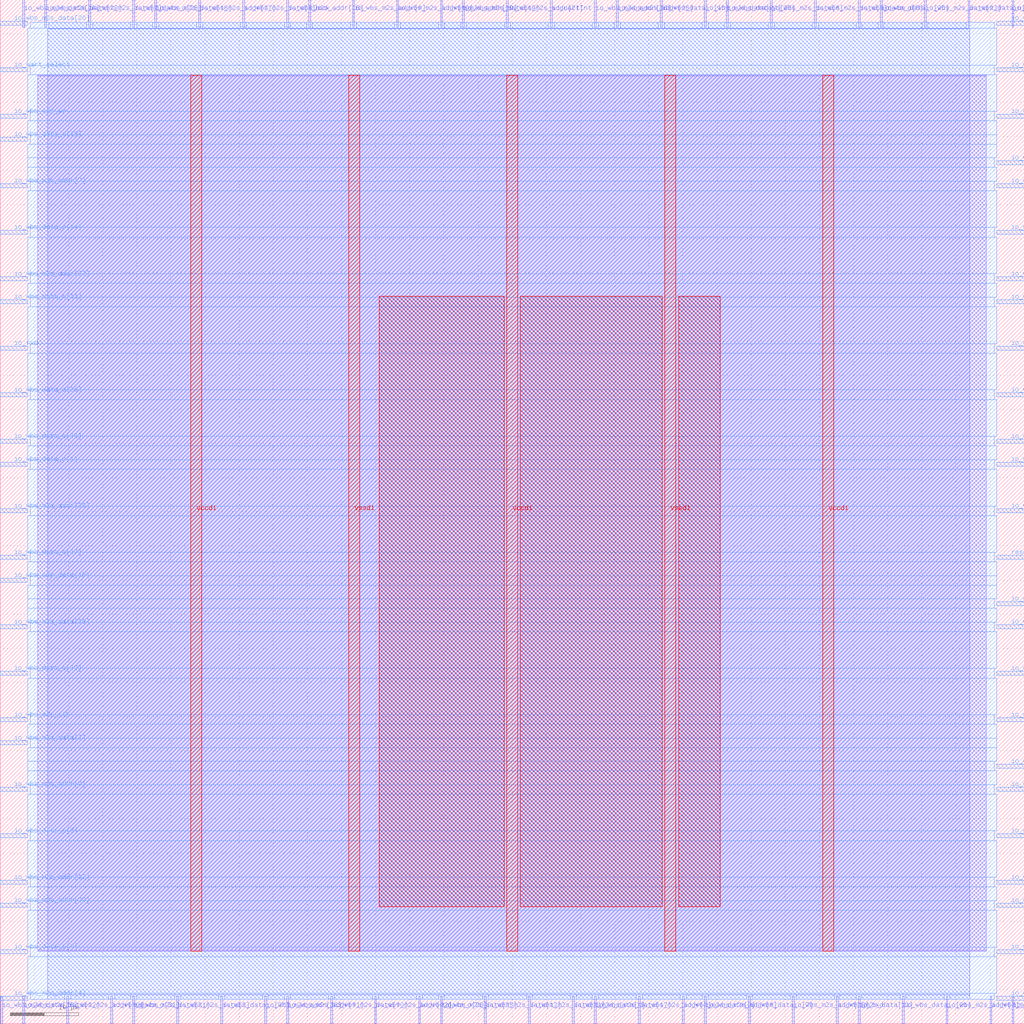
<source format=lef>
VERSION 5.7 ;
  NOWIREEXTENSIONATPIN ON ;
  DIVIDERCHAR "/" ;
  BUSBITCHARS "[]" ;
MACRO UART
  CLASS BLOCK ;
  FOREIGN UART ;
  ORIGIN 0.000 0.000 ;
  SIZE 150.000 BY 150.000 ;
  PIN clock
    DIRECTION INPUT ;
    USE SIGNAL ;
    PORT
      LAYER met2 ;
        RECT 45.170 146.000 45.450 150.000 ;
    END
  END clock
  PIN io_rxd
    DIRECTION INPUT ;
    USE SIGNAL ;
    PORT
      LAYER met3 ;
        RECT 0.000 98.640 4.000 99.240 ;
    END
  END io_rxd
  PIN io_txd
    DIRECTION OUTPUT TRISTATE ;
    USE SIGNAL ;
    PORT
      LAYER met2 ;
        RECT 125.670 0.000 125.950 4.000 ;
    END
  END io_txd
  PIN io_uartInt
    DIRECTION OUTPUT TRISTATE ;
    USE SIGNAL ;
    PORT
      LAYER met2 ;
        RECT 80.590 146.000 80.870 150.000 ;
    END
  END io_uartInt
  PIN io_uart_select
    DIRECTION INPUT ;
    USE SIGNAL ;
    PORT
      LAYER met3 ;
        RECT 0.000 139.440 4.000 140.040 ;
    END
  END io_uart_select
  PIN io_wbs_ack_o
    DIRECTION OUTPUT TRISTATE ;
    USE SIGNAL ;
    PORT
      LAYER met3 ;
        RECT 146.000 51.040 150.000 51.640 ;
    END
  END io_wbs_ack_o
  PIN io_wbs_data_o[0]
    DIRECTION OUTPUT TRISTATE ;
    USE SIGNAL ;
    PORT
      LAYER met3 ;
        RECT 0.000 10.240 4.000 10.840 ;
    END
  END io_wbs_data_o[0]
  PIN io_wbs_data_o[10]
    DIRECTION OUTPUT TRISTATE ;
    USE SIGNAL ;
    PORT
      LAYER met2 ;
        RECT 96.690 146.000 96.970 150.000 ;
    END
  END io_wbs_data_o[10]
  PIN io_wbs_data_o[11]
    DIRECTION OUTPUT TRISTATE ;
    USE SIGNAL ;
    PORT
      LAYER met3 ;
        RECT 0.000 105.440 4.000 106.040 ;
    END
  END io_wbs_data_o[11]
  PIN io_wbs_data_o[12]
    DIRECTION OUTPUT TRISTATE ;
    USE SIGNAL ;
    PORT
      LAYER met3 ;
        RECT 0.000 51.040 4.000 51.640 ;
    END
  END io_wbs_data_o[12]
  PIN io_wbs_data_o[13]
    DIRECTION OUTPUT TRISTATE ;
    USE SIGNAL ;
    PORT
      LAYER met3 ;
        RECT 146.000 115.640 150.000 116.240 ;
    END
  END io_wbs_data_o[13]
  PIN io_wbs_data_o[14]
    DIRECTION OUTPUT TRISTATE ;
    USE SIGNAL ;
    PORT
      LAYER met3 ;
        RECT 0.000 115.640 4.000 116.240 ;
    END
  END io_wbs_data_o[14]
  PIN io_wbs_data_o[15]
    DIRECTION OUTPUT TRISTATE ;
    USE SIGNAL ;
    PORT
      LAYER met3 ;
        RECT 0.000 85.040 4.000 85.640 ;
    END
  END io_wbs_data_o[15]
  PIN io_wbs_data_o[16]
    DIRECTION OUTPUT TRISTATE ;
    USE SIGNAL ;
    PORT
      LAYER met3 ;
        RECT 146.000 27.240 150.000 27.840 ;
    END
  END io_wbs_data_o[16]
  PIN io_wbs_data_o[17]
    DIRECTION OUTPUT TRISTATE ;
    USE SIGNAL ;
    PORT
      LAYER met3 ;
        RECT 0.000 68.040 4.000 68.640 ;
    END
  END io_wbs_data_o[17]
  PIN io_wbs_data_o[18]
    DIRECTION OUTPUT TRISTATE ;
    USE SIGNAL ;
    PORT
      LAYER met3 ;
        RECT 146.000 74.840 150.000 75.440 ;
    END
  END io_wbs_data_o[18]
  PIN io_wbs_data_o[19]
    DIRECTION OUTPUT TRISTATE ;
    USE SIGNAL ;
    PORT
      LAYER met3 ;
        RECT 0.000 129.240 4.000 129.840 ;
    END
  END io_wbs_data_o[19]
  PIN io_wbs_data_o[1]
    DIRECTION OUTPUT TRISTATE ;
    USE SIGNAL ;
    PORT
      LAYER met3 ;
        RECT 0.000 81.640 4.000 82.240 ;
    END
  END io_wbs_data_o[1]
  PIN io_wbs_data_o[20]
    DIRECTION OUTPUT TRISTATE ;
    USE SIGNAL ;
    PORT
      LAYER met2 ;
        RECT 128.890 146.000 129.170 150.000 ;
    END
  END io_wbs_data_o[20]
  PIN io_wbs_data_o[21]
    DIRECTION OUTPUT TRISTATE ;
    USE SIGNAL ;
    PORT
      LAYER met2 ;
        RECT 132.110 0.000 132.390 4.000 ;
    END
  END io_wbs_data_o[21]
  PIN io_wbs_data_o[22]
    DIRECTION OUTPUT TRISTATE ;
    USE SIGNAL ;
    PORT
      LAYER met3 ;
        RECT 146.000 20.440 150.000 21.040 ;
    END
  END io_wbs_data_o[22]
  PIN io_wbs_data_o[23]
    DIRECTION OUTPUT TRISTATE ;
    USE SIGNAL ;
    PORT
      LAYER met3 ;
        RECT 146.000 81.640 150.000 82.240 ;
    END
  END io_wbs_data_o[23]
  PIN io_wbs_data_o[24]
    DIRECTION OUTPUT TRISTATE ;
    USE SIGNAL ;
    PORT
      LAYER met3 ;
        RECT 146.000 132.640 150.000 133.240 ;
    END
  END io_wbs_data_o[24]
  PIN io_wbs_data_o[25]
    DIRECTION OUTPUT TRISTATE ;
    USE SIGNAL ;
    PORT
      LAYER met2 ;
        RECT 19.410 146.000 19.690 150.000 ;
    END
  END io_wbs_data_o[25]
  PIN io_wbs_data_o[26]
    DIRECTION OUTPUT TRISTATE ;
    USE SIGNAL ;
    PORT
      LAYER met3 ;
        RECT 0.000 91.840 4.000 92.440 ;
    END
  END io_wbs_data_o[26]
  PIN io_wbs_data_o[27]
    DIRECTION OUTPUT TRISTATE ;
    USE SIGNAL ;
    PORT
      LAYER met2 ;
        RECT 106.350 146.000 106.630 150.000 ;
    END
  END io_wbs_data_o[27]
  PIN io_wbs_data_o[28]
    DIRECTION OUTPUT TRISTATE ;
    USE SIGNAL ;
    PORT
      LAYER met2 ;
        RECT 61.270 0.000 61.550 4.000 ;
    END
  END io_wbs_data_o[28]
  PIN io_wbs_data_o[29]
    DIRECTION OUTPUT TRISTATE ;
    USE SIGNAL ;
    PORT
      LAYER met2 ;
        RECT 141.770 146.000 142.050 150.000 ;
    END
  END io_wbs_data_o[29]
  PIN io_wbs_data_o[2]
    DIRECTION OUTPUT TRISTATE ;
    USE SIGNAL ;
    PORT
      LAYER met3 ;
        RECT 146.000 139.440 150.000 140.040 ;
    END
  END io_wbs_data_o[2]
  PIN io_wbs_data_o[30]
    DIRECTION OUTPUT TRISTATE ;
    USE SIGNAL ;
    PORT
      LAYER met2 ;
        RECT 32.290 0.000 32.570 4.000 ;
    END
  END io_wbs_data_o[30]
  PIN io_wbs_data_o[31]
    DIRECTION OUTPUT TRISTATE ;
    USE SIGNAL ;
    PORT
      LAYER met2 ;
        RECT 16.190 0.000 16.470 4.000 ;
    END
  END io_wbs_data_o[31]
  PIN io_wbs_data_o[3]
    DIRECTION OUTPUT TRISTATE ;
    USE SIGNAL ;
    PORT
      LAYER met3 ;
        RECT 0.000 27.240 4.000 27.840 ;
    END
  END io_wbs_data_o[3]
  PIN io_wbs_data_o[4]
    DIRECTION OUTPUT TRISTATE ;
    USE SIGNAL ;
    PORT
      LAYER met3 ;
        RECT 146.000 146.240 150.000 146.840 ;
    END
  END io_wbs_data_o[4]
  PIN io_wbs_data_o[5]
    DIRECTION OUTPUT TRISTATE ;
    USE SIGNAL ;
    PORT
      LAYER met2 ;
        RECT 125.670 146.000 125.950 150.000 ;
    END
  END io_wbs_data_o[5]
  PIN io_wbs_data_o[6]
    DIRECTION OUTPUT TRISTATE ;
    USE SIGNAL ;
    PORT
      LAYER met3 ;
        RECT 146.000 3.440 150.000 4.040 ;
    END
  END io_wbs_data_o[6]
  PIN io_wbs_data_o[7]
    DIRECTION OUTPUT TRISTATE ;
    USE SIGNAL ;
    PORT
      LAYER met2 ;
        RECT 109.570 0.000 109.850 4.000 ;
    END
  END io_wbs_data_o[7]
  PIN io_wbs_data_o[8]
    DIRECTION OUTPUT TRISTATE ;
    USE SIGNAL ;
    PORT
      LAYER met3 ;
        RECT 146.000 61.240 150.000 61.840 ;
    END
  END io_wbs_data_o[8]
  PIN io_wbs_data_o[9]
    DIRECTION OUTPUT TRISTATE ;
    USE SIGNAL ;
    PORT
      LAYER met3 ;
        RECT 146.000 44.240 150.000 44.840 ;
    END
  END io_wbs_data_o[9]
  PIN io_wbs_m2s_addr[0]
    DIRECTION INPUT ;
    USE SIGNAL ;
    PORT
      LAYER met2 ;
        RECT 51.610 146.000 51.890 150.000 ;
    END
  END io_wbs_m2s_addr[0]
  PIN io_wbs_m2s_addr[10]
    DIRECTION INPUT ;
    USE SIGNAL ;
    PORT
      LAYER met2 ;
        RECT 58.050 146.000 58.330 150.000 ;
    END
  END io_wbs_m2s_addr[10]
  PIN io_wbs_m2s_addr[11]
    DIRECTION INPUT ;
    USE SIGNAL ;
    PORT
      LAYER met3 ;
        RECT 146.000 108.840 150.000 109.440 ;
    END
  END io_wbs_m2s_addr[11]
  PIN io_wbs_m2s_addr[12]
    DIRECTION INPUT ;
    USE SIGNAL ;
    PORT
      LAYER met3 ;
        RECT 0.000 20.440 4.000 21.040 ;
    END
  END io_wbs_m2s_addr[12]
  PIN io_wbs_m2s_addr[13]
    DIRECTION INPUT ;
    USE SIGNAL ;
    PORT
      LAYER met2 ;
        RECT 38.730 0.000 39.010 4.000 ;
    END
  END io_wbs_m2s_addr[13]
  PIN io_wbs_m2s_addr[14]
    DIRECTION INPUT ;
    USE SIGNAL ;
    PORT
      LAYER met3 ;
        RECT 146.000 122.440 150.000 123.040 ;
    END
  END io_wbs_m2s_addr[14]
  PIN io_wbs_m2s_addr[15]
    DIRECTION INPUT ;
    USE SIGNAL ;
    PORT
      LAYER met2 ;
        RECT 148.210 0.000 148.490 4.000 ;
    END
  END io_wbs_m2s_addr[15]
  PIN io_wbs_m2s_addr[16]
    DIRECTION INPUT ;
    USE SIGNAL ;
    PORT
      LAYER met2 ;
        RECT 87.030 146.000 87.310 150.000 ;
    END
  END io_wbs_m2s_addr[16]
  PIN io_wbs_m2s_addr[17]
    DIRECTION INPUT ;
    USE SIGNAL ;
    PORT
      LAYER met3 ;
        RECT 0.000 108.840 4.000 109.440 ;
    END
  END io_wbs_m2s_addr[17]
  PIN io_wbs_m2s_addr[18]
    DIRECTION INPUT ;
    USE SIGNAL ;
    PORT
      LAYER met2 ;
        RECT 41.950 146.000 42.230 150.000 ;
    END
  END io_wbs_m2s_addr[18]
  PIN io_wbs_m2s_addr[19]
    DIRECTION INPUT ;
    USE SIGNAL ;
    PORT
      LAYER met2 ;
        RECT 64.490 146.000 64.770 150.000 ;
    END
  END io_wbs_m2s_addr[19]
  PIN io_wbs_m2s_addr[1]
    DIRECTION INPUT ;
    USE SIGNAL ;
    PORT
      LAYER met3 ;
        RECT 146.000 125.840 150.000 126.440 ;
    END
  END io_wbs_m2s_addr[1]
  PIN io_wbs_m2s_addr[20]
    DIRECTION INPUT ;
    USE SIGNAL ;
    PORT
      LAYER met2 ;
        RECT 144.990 0.000 145.270 4.000 ;
    END
  END io_wbs_m2s_addr[20]
  PIN io_wbs_m2s_addr[21]
    DIRECTION INPUT ;
    USE SIGNAL ;
    PORT
      LAYER met2 ;
        RECT 74.150 146.000 74.430 150.000 ;
    END
  END io_wbs_m2s_addr[21]
  PIN io_wbs_m2s_addr[22]
    DIRECTION INPUT ;
    USE SIGNAL ;
    PORT
      LAYER met2 ;
        RECT 54.830 0.000 55.110 4.000 ;
    END
  END io_wbs_m2s_addr[22]
  PIN io_wbs_m2s_addr[23]
    DIRECTION INPUT ;
    USE SIGNAL ;
    PORT
      LAYER met3 ;
        RECT 146.000 34.040 150.000 34.640 ;
    END
  END io_wbs_m2s_addr[23]
  PIN io_wbs_m2s_addr[24]
    DIRECTION INPUT ;
    USE SIGNAL ;
    PORT
      LAYER met3 ;
        RECT 146.000 91.840 150.000 92.440 ;
    END
  END io_wbs_m2s_addr[24]
  PIN io_wbs_m2s_addr[25]
    DIRECTION INPUT ;
    USE SIGNAL ;
    PORT
      LAYER met3 ;
        RECT 0.000 74.840 4.000 75.440 ;
    END
  END io_wbs_m2s_addr[25]
  PIN io_wbs_m2s_addr[26]
    DIRECTION INPUT ;
    USE SIGNAL ;
    PORT
      LAYER met2 ;
        RECT 90.250 146.000 90.530 150.000 ;
    END
  END io_wbs_m2s_addr[26]
  PIN io_wbs_m2s_addr[27]
    DIRECTION INPUT ;
    USE SIGNAL ;
    PORT
      LAYER met2 ;
        RECT 29.070 146.000 29.350 150.000 ;
    END
  END io_wbs_m2s_addr[27]
  PIN io_wbs_m2s_addr[28]
    DIRECTION INPUT ;
    USE SIGNAL ;
    PORT
      LAYER met2 ;
        RECT 116.010 0.000 116.290 4.000 ;
    END
  END io_wbs_m2s_addr[28]
  PIN io_wbs_m2s_addr[29]
    DIRECTION INPUT ;
    USE SIGNAL ;
    PORT
      LAYER met3 ;
        RECT 0.000 17.040 4.000 17.640 ;
    END
  END io_wbs_m2s_addr[29]
  PIN io_wbs_m2s_addr[2]
    DIRECTION INPUT ;
    USE SIGNAL ;
    PORT
      LAYER met2 ;
        RECT 93.470 0.000 93.750 4.000 ;
    END
  END io_wbs_m2s_addr[2]
  PIN io_wbs_m2s_addr[30]
    DIRECTION INPUT ;
    USE SIGNAL ;
    PORT
      LAYER met2 ;
        RECT 9.750 0.000 10.030 4.000 ;
    END
  END io_wbs_m2s_addr[30]
  PIN io_wbs_m2s_addr[31]
    DIRECTION INPUT ;
    USE SIGNAL ;
    PORT
      LAYER met2 ;
        RECT 41.950 0.000 42.230 4.000 ;
    END
  END io_wbs_m2s_addr[31]
  PIN io_wbs_m2s_addr[3]
    DIRECTION INPUT ;
    USE SIGNAL ;
    PORT
      LAYER met2 ;
        RECT 138.550 0.000 138.830 4.000 ;
    END
  END io_wbs_m2s_addr[3]
  PIN io_wbs_m2s_addr[4]
    DIRECTION INPUT ;
    USE SIGNAL ;
    PORT
      LAYER met3 ;
        RECT 0.000 3.440 4.000 4.040 ;
    END
  END io_wbs_m2s_addr[4]
  PIN io_wbs_m2s_addr[5]
    DIRECTION INPUT ;
    USE SIGNAL ;
    PORT
      LAYER met3 ;
        RECT 146.000 37.440 150.000 38.040 ;
    END
  END io_wbs_m2s_addr[5]
  PIN io_wbs_m2s_addr[6]
    DIRECTION INPUT ;
    USE SIGNAL ;
    PORT
      LAYER met2 ;
        RECT 103.130 0.000 103.410 4.000 ;
    END
  END io_wbs_m2s_addr[6]
  PIN io_wbs_m2s_addr[7]
    DIRECTION INPUT ;
    USE SIGNAL ;
    PORT
      LAYER met3 ;
        RECT 0.000 122.440 4.000 123.040 ;
    END
  END io_wbs_m2s_addr[7]
  PIN io_wbs_m2s_addr[8]
    DIRECTION INPUT ;
    USE SIGNAL ;
    PORT
      LAYER met3 ;
        RECT 146.000 10.240 150.000 10.840 ;
    END
  END io_wbs_m2s_addr[8]
  PIN io_wbs_m2s_addr[9]
    DIRECTION INPUT ;
    USE SIGNAL ;
    PORT
      LAYER met3 ;
        RECT 0.000 34.040 4.000 34.640 ;
    END
  END io_wbs_m2s_addr[9]
  PIN io_wbs_m2s_data[0]
    DIRECTION INPUT ;
    USE SIGNAL ;
    PORT
      LAYER met3 ;
        RECT 146.000 57.840 150.000 58.440 ;
    END
  END io_wbs_m2s_data[0]
  PIN io_wbs_m2s_data[10]
    DIRECTION INPUT ;
    USE SIGNAL ;
    PORT
      LAYER met3 ;
        RECT 146.000 98.640 150.000 99.240 ;
    END
  END io_wbs_m2s_data[10]
  PIN io_wbs_m2s_data[11]
    DIRECTION INPUT ;
    USE SIGNAL ;
    PORT
      LAYER met2 ;
        RECT 122.450 0.000 122.730 4.000 ;
    END
  END io_wbs_m2s_data[11]
  PIN io_wbs_m2s_data[12]
    DIRECTION INPUT ;
    USE SIGNAL ;
    PORT
      LAYER met3 ;
        RECT 146.000 105.440 150.000 106.040 ;
    END
  END io_wbs_m2s_data[12]
  PIN io_wbs_m2s_data[13]
    DIRECTION INPUT ;
    USE SIGNAL ;
    PORT
      LAYER met2 ;
        RECT 70.930 0.000 71.210 4.000 ;
    END
  END io_wbs_m2s_data[13]
  PIN io_wbs_m2s_data[14]
    DIRECTION INPUT ;
    USE SIGNAL ;
    PORT
      LAYER met2 ;
        RECT 3.310 146.000 3.590 150.000 ;
    END
  END io_wbs_m2s_data[14]
  PIN io_wbs_m2s_data[15]
    DIRECTION INPUT ;
    USE SIGNAL ;
    PORT
      LAYER met3 ;
        RECT 0.000 64.640 4.000 65.240 ;
    END
  END io_wbs_m2s_data[15]
  PIN io_wbs_m2s_data[16]
    DIRECTION INPUT ;
    USE SIGNAL ;
    PORT
      LAYER met2 ;
        RECT 0.090 0.000 0.370 4.000 ;
    END
  END io_wbs_m2s_data[16]
  PIN io_wbs_m2s_data[17]
    DIRECTION INPUT ;
    USE SIGNAL ;
    PORT
      LAYER met2 ;
        RECT 87.030 0.000 87.310 4.000 ;
    END
  END io_wbs_m2s_data[17]
  PIN io_wbs_m2s_data[18]
    DIRECTION INPUT ;
    USE SIGNAL ;
    PORT
      LAYER met2 ;
        RECT 22.630 146.000 22.910 150.000 ;
    END
  END io_wbs_m2s_data[18]
  PIN io_wbs_m2s_data[19]
    DIRECTION INPUT ;
    USE SIGNAL ;
    PORT
      LAYER met2 ;
        RECT 67.710 146.000 67.990 150.000 ;
    END
  END io_wbs_m2s_data[19]
  PIN io_wbs_m2s_data[1]
    DIRECTION INPUT ;
    USE SIGNAL ;
    PORT
      LAYER met3 ;
        RECT 0.000 40.840 4.000 41.440 ;
    END
  END io_wbs_m2s_data[1]
  PIN io_wbs_m2s_data[20]
    DIRECTION INPUT ;
    USE SIGNAL ;
    PORT
      LAYER met3 ;
        RECT 0.000 146.240 4.000 146.840 ;
    END
  END io_wbs_m2s_data[20]
  PIN io_wbs_m2s_data[21]
    DIRECTION INPUT ;
    USE SIGNAL ;
    PORT
      LAYER met2 ;
        RECT 19.410 0.000 19.690 4.000 ;
    END
  END io_wbs_m2s_data[21]
  PIN io_wbs_m2s_data[22]
    DIRECTION INPUT ;
    USE SIGNAL ;
    PORT
      LAYER met2 ;
        RECT 3.310 0.000 3.590 4.000 ;
    END
  END io_wbs_m2s_data[22]
  PIN io_wbs_m2s_data[23]
    DIRECTION INPUT ;
    USE SIGNAL ;
    PORT
      LAYER met2 ;
        RECT 135.330 146.000 135.610 150.000 ;
    END
  END io_wbs_m2s_data[23]
  PIN io_wbs_m2s_data[24]
    DIRECTION INPUT ;
    USE SIGNAL ;
    PORT
      LAYER met2 ;
        RECT 103.130 146.000 103.410 150.000 ;
    END
  END io_wbs_m2s_data[24]
  PIN io_wbs_m2s_data[25]
    DIRECTION INPUT ;
    USE SIGNAL ;
    PORT
      LAYER met2 ;
        RECT 64.490 0.000 64.770 4.000 ;
    END
  END io_wbs_m2s_data[25]
  PIN io_wbs_m2s_data[26]
    DIRECTION INPUT ;
    USE SIGNAL ;
    PORT
      LAYER met2 ;
        RECT 148.210 146.000 148.490 150.000 ;
    END
  END io_wbs_m2s_data[26]
  PIN io_wbs_m2s_data[27]
    DIRECTION INPUT ;
    USE SIGNAL ;
    PORT
      LAYER met3 ;
        RECT 146.000 17.040 150.000 17.640 ;
    END
  END io_wbs_m2s_data[27]
  PIN io_wbs_m2s_data[28]
    DIRECTION INPUT ;
    USE SIGNAL ;
    PORT
      LAYER met2 ;
        RECT 6.530 146.000 6.810 150.000 ;
    END
  END io_wbs_m2s_data[28]
  PIN io_wbs_m2s_data[29]
    DIRECTION INPUT ;
    USE SIGNAL ;
    PORT
      LAYER met3 ;
        RECT 0.000 57.840 4.000 58.440 ;
    END
  END io_wbs_m2s_data[29]
  PIN io_wbs_m2s_data[2]
    DIRECTION INPUT ;
    USE SIGNAL ;
    PORT
      LAYER met2 ;
        RECT 25.850 0.000 26.130 4.000 ;
    END
  END io_wbs_m2s_data[2]
  PIN io_wbs_m2s_data[30]
    DIRECTION INPUT ;
    USE SIGNAL ;
    PORT
      LAYER met2 ;
        RECT 48.390 0.000 48.670 4.000 ;
    END
  END io_wbs_m2s_data[30]
  PIN io_wbs_m2s_data[31]
    DIRECTION INPUT ;
    USE SIGNAL ;
    PORT
      LAYER met2 ;
        RECT 77.370 0.000 77.650 4.000 ;
    END
  END io_wbs_m2s_data[31]
  PIN io_wbs_m2s_data[3]
    DIRECTION INPUT ;
    USE SIGNAL ;
    PORT
      LAYER met3 ;
        RECT 146.000 85.040 150.000 85.640 ;
    END
  END io_wbs_m2s_data[3]
  PIN io_wbs_m2s_data[4]
    DIRECTION INPUT ;
    USE SIGNAL ;
    PORT
      LAYER met2 ;
        RECT 83.810 0.000 84.090 4.000 ;
    END
  END io_wbs_m2s_data[4]
  PIN io_wbs_m2s_data[5]
    DIRECTION INPUT ;
    USE SIGNAL ;
    PORT
      LAYER met2 ;
        RECT 119.230 146.000 119.510 150.000 ;
    END
  END io_wbs_m2s_data[5]
  PIN io_wbs_m2s_data[6]
    DIRECTION INPUT ;
    USE SIGNAL ;
    PORT
      LAYER met2 ;
        RECT 112.790 146.000 113.070 150.000 ;
    END
  END io_wbs_m2s_data[6]
  PIN io_wbs_m2s_data[7]
    DIRECTION INPUT ;
    USE SIGNAL ;
    PORT
      LAYER met2 ;
        RECT 12.970 146.000 13.250 150.000 ;
    END
  END io_wbs_m2s_data[7]
  PIN io_wbs_m2s_data[8]
    DIRECTION INPUT ;
    USE SIGNAL ;
    PORT
      LAYER met2 ;
        RECT 35.510 146.000 35.790 150.000 ;
    END
  END io_wbs_m2s_data[8]
  PIN io_wbs_m2s_data[9]
    DIRECTION INPUT ;
    USE SIGNAL ;
    PORT
      LAYER met2 ;
        RECT 99.910 0.000 100.190 4.000 ;
    END
  END io_wbs_m2s_data[9]
  PIN io_wbs_m2s_stb
    DIRECTION INPUT ;
    USE SIGNAL ;
    PORT
      LAYER met3 ;
        RECT 0.000 44.240 4.000 44.840 ;
    END
  END io_wbs_m2s_stb
  PIN io_wbs_m2s_we
    DIRECTION INPUT ;
    USE SIGNAL ;
    PORT
      LAYER met3 ;
        RECT 0.000 132.640 4.000 133.240 ;
    END
  END io_wbs_m2s_we
  PIN reset
    DIRECTION INPUT ;
    USE SIGNAL ;
    PORT
      LAYER met3 ;
        RECT 146.000 68.040 150.000 68.640 ;
    END
  END reset
  PIN vccd1
    DIRECTION INPUT ;
    USE POWER ;
    PORT
      LAYER met4 ;
        RECT 27.880 10.640 29.480 138.960 ;
    END
    PORT
      LAYER met4 ;
        RECT 74.200 10.640 75.800 138.960 ;
    END
    PORT
      LAYER met4 ;
        RECT 120.520 10.640 122.120 138.960 ;
    END
  END vccd1
  PIN vssd1
    DIRECTION INPUT ;
    USE GROUND ;
    PORT
      LAYER met4 ;
        RECT 51.040 10.640 52.640 138.960 ;
    END
    PORT
      LAYER met4 ;
        RECT 97.360 10.640 98.960 138.960 ;
    END
  END vssd1
  OBS
      LAYER li1 ;
        RECT 5.520 10.795 144.440 138.805 ;
      LAYER met1 ;
        RECT 5.520 10.640 144.440 138.960 ;
      LAYER met2 ;
        RECT 7.090 145.720 12.690 146.725 ;
        RECT 13.530 145.720 19.130 146.725 ;
        RECT 19.970 145.720 22.350 146.725 ;
        RECT 23.190 145.720 28.790 146.725 ;
        RECT 29.630 145.720 35.230 146.725 ;
        RECT 36.070 145.720 41.670 146.725 ;
        RECT 42.510 145.720 44.890 146.725 ;
        RECT 45.730 145.720 51.330 146.725 ;
        RECT 52.170 145.720 57.770 146.725 ;
        RECT 58.610 145.720 64.210 146.725 ;
        RECT 65.050 145.720 67.430 146.725 ;
        RECT 68.270 145.720 73.870 146.725 ;
        RECT 74.710 145.720 80.310 146.725 ;
        RECT 81.150 145.720 86.750 146.725 ;
        RECT 87.590 145.720 89.970 146.725 ;
        RECT 90.810 145.720 96.410 146.725 ;
        RECT 97.250 145.720 102.850 146.725 ;
        RECT 103.690 145.720 106.070 146.725 ;
        RECT 106.910 145.720 112.510 146.725 ;
        RECT 113.350 145.720 118.950 146.725 ;
        RECT 119.790 145.720 125.390 146.725 ;
        RECT 126.230 145.720 128.610 146.725 ;
        RECT 129.450 145.720 135.050 146.725 ;
        RECT 135.890 145.720 141.490 146.725 ;
        RECT 6.990 4.280 142.050 145.720 ;
        RECT 6.990 3.555 9.470 4.280 ;
        RECT 10.310 3.555 15.910 4.280 ;
        RECT 16.750 3.555 19.130 4.280 ;
        RECT 19.970 3.555 25.570 4.280 ;
        RECT 26.410 3.555 32.010 4.280 ;
        RECT 32.850 3.555 38.450 4.280 ;
        RECT 39.290 3.555 41.670 4.280 ;
        RECT 42.510 3.555 48.110 4.280 ;
        RECT 48.950 3.555 54.550 4.280 ;
        RECT 55.390 3.555 60.990 4.280 ;
        RECT 61.830 3.555 64.210 4.280 ;
        RECT 65.050 3.555 70.650 4.280 ;
        RECT 71.490 3.555 77.090 4.280 ;
        RECT 77.930 3.555 83.530 4.280 ;
        RECT 84.370 3.555 86.750 4.280 ;
        RECT 87.590 3.555 93.190 4.280 ;
        RECT 94.030 3.555 99.630 4.280 ;
        RECT 100.470 3.555 102.850 4.280 ;
        RECT 103.690 3.555 109.290 4.280 ;
        RECT 110.130 3.555 115.730 4.280 ;
        RECT 116.570 3.555 122.170 4.280 ;
        RECT 123.010 3.555 125.390 4.280 ;
        RECT 126.230 3.555 131.830 4.280 ;
        RECT 132.670 3.555 138.270 4.280 ;
        RECT 139.110 3.555 142.050 4.280 ;
      LAYER met3 ;
        RECT 4.400 145.840 145.600 146.705 ;
        RECT 4.000 140.440 146.000 145.840 ;
        RECT 4.400 139.040 145.600 140.440 ;
        RECT 4.000 133.640 146.000 139.040 ;
        RECT 4.400 132.240 145.600 133.640 ;
        RECT 4.000 130.240 146.000 132.240 ;
        RECT 4.400 128.840 146.000 130.240 ;
        RECT 4.000 126.840 146.000 128.840 ;
        RECT 4.000 125.440 145.600 126.840 ;
        RECT 4.000 123.440 146.000 125.440 ;
        RECT 4.400 122.040 145.600 123.440 ;
        RECT 4.000 116.640 146.000 122.040 ;
        RECT 4.400 115.240 145.600 116.640 ;
        RECT 4.000 109.840 146.000 115.240 ;
        RECT 4.400 108.440 145.600 109.840 ;
        RECT 4.000 106.440 146.000 108.440 ;
        RECT 4.400 105.040 145.600 106.440 ;
        RECT 4.000 99.640 146.000 105.040 ;
        RECT 4.400 98.240 145.600 99.640 ;
        RECT 4.000 92.840 146.000 98.240 ;
        RECT 4.400 91.440 145.600 92.840 ;
        RECT 4.000 86.040 146.000 91.440 ;
        RECT 4.400 84.640 145.600 86.040 ;
        RECT 4.000 82.640 146.000 84.640 ;
        RECT 4.400 81.240 145.600 82.640 ;
        RECT 4.000 75.840 146.000 81.240 ;
        RECT 4.400 74.440 145.600 75.840 ;
        RECT 4.000 69.040 146.000 74.440 ;
        RECT 4.400 67.640 145.600 69.040 ;
        RECT 4.000 65.640 146.000 67.640 ;
        RECT 4.400 64.240 146.000 65.640 ;
        RECT 4.000 62.240 146.000 64.240 ;
        RECT 4.000 60.840 145.600 62.240 ;
        RECT 4.000 58.840 146.000 60.840 ;
        RECT 4.400 57.440 145.600 58.840 ;
        RECT 4.000 52.040 146.000 57.440 ;
        RECT 4.400 50.640 145.600 52.040 ;
        RECT 4.000 45.240 146.000 50.640 ;
        RECT 4.400 43.840 145.600 45.240 ;
        RECT 4.000 41.840 146.000 43.840 ;
        RECT 4.400 40.440 146.000 41.840 ;
        RECT 4.000 38.440 146.000 40.440 ;
        RECT 4.000 37.040 145.600 38.440 ;
        RECT 4.000 35.040 146.000 37.040 ;
        RECT 4.400 33.640 145.600 35.040 ;
        RECT 4.000 28.240 146.000 33.640 ;
        RECT 4.400 26.840 145.600 28.240 ;
        RECT 4.000 21.440 146.000 26.840 ;
        RECT 4.400 20.040 145.600 21.440 ;
        RECT 4.000 18.040 146.000 20.040 ;
        RECT 4.400 16.640 145.600 18.040 ;
        RECT 4.000 11.240 146.000 16.640 ;
        RECT 4.400 9.840 145.600 11.240 ;
        RECT 4.000 4.440 146.000 9.840 ;
        RECT 4.400 3.575 145.600 4.440 ;
      LAYER met4 ;
        RECT 55.495 17.175 73.800 106.585 ;
        RECT 76.200 17.175 96.960 106.585 ;
        RECT 99.360 17.175 105.505 106.585 ;
  END
END UART
END LIBRARY


</source>
